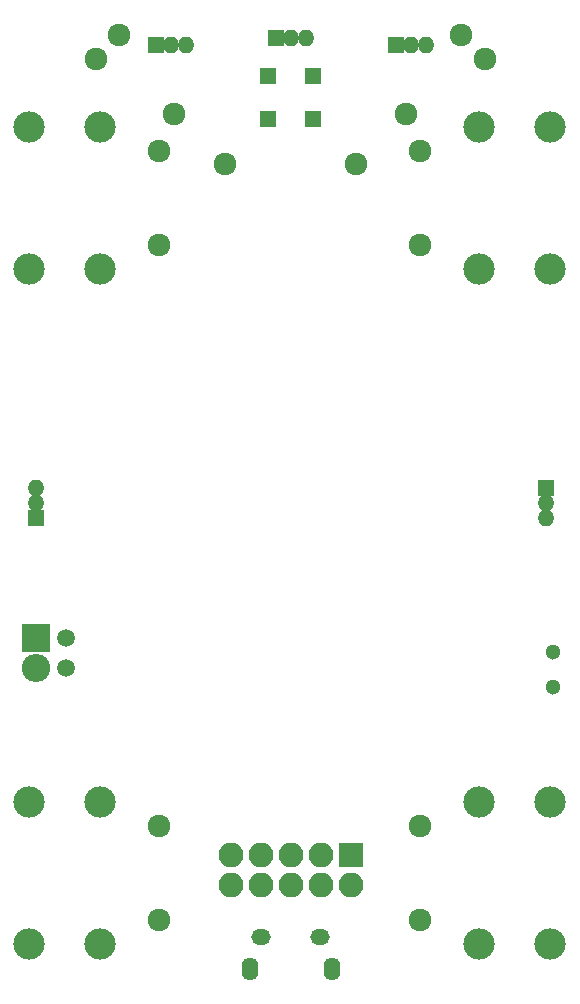
<source format=gbr>
G04 #@! TF.FileFunction,Soldermask,Bot*
%FSLAX46Y46*%
G04 Gerber Fmt 4.6, Leading zero omitted, Abs format (unit mm)*
G04 Created by KiCad (PCBNEW 4.0.7-e2-6376~58~ubuntu16.04.1) date Mon Apr 30 10:34:26 2018*
%MOMM*%
%LPD*%
G01*
G04 APERTURE LIST*
%ADD10C,0.100000*%
%ADD11R,2.100000X2.100000*%
%ADD12O,2.100000X2.100000*%
%ADD13R,1.400000X1.400000*%
%ADD14O,1.400000X1.400000*%
%ADD15O,1.650000X1.350000*%
%ADD16O,1.400000X1.950000*%
%ADD17O,2.398980X2.398980*%
%ADD18R,2.398980X2.398980*%
%ADD19C,1.500000*%
%ADD20C,2.650000*%
%ADD21C,1.924000*%
%ADD22C,1.300000*%
%ADD23R,1.420000X1.420000*%
G04 APERTURE END LIST*
D10*
D11*
X153670000Y-167005000D03*
D12*
X153670000Y-169545000D03*
X151130000Y-167005000D03*
X151130000Y-169545000D03*
X148590000Y-167005000D03*
X148590000Y-169545000D03*
X146050000Y-167005000D03*
X146050000Y-169545000D03*
X143510000Y-167005000D03*
X143510000Y-169545000D03*
D13*
X137160000Y-98425000D03*
D14*
X138430000Y-98425000D03*
X139700000Y-98425000D03*
D13*
X157480000Y-98425000D03*
D14*
X158750000Y-98425000D03*
X160020000Y-98425000D03*
D15*
X146090000Y-173910000D03*
X151090000Y-173910000D03*
D16*
X145090000Y-176610000D03*
X152090000Y-176610000D03*
D13*
X170180000Y-135890000D03*
D14*
X170180000Y-137160000D03*
X170180000Y-138430000D03*
D13*
X147320000Y-97790000D03*
D14*
X148590000Y-97790000D03*
X149860000Y-97790000D03*
D13*
X127000000Y-138430000D03*
D14*
X127000000Y-137160000D03*
X127000000Y-135890000D03*
D17*
X127000000Y-151130000D03*
D18*
X127000000Y-148590000D03*
D19*
X129540000Y-148590000D03*
X129540000Y-151130000D03*
D20*
X132451100Y-117353600D03*
X126451100Y-117353600D03*
D21*
X137451100Y-107353600D03*
X137451100Y-115353600D03*
D20*
X126451100Y-105353600D03*
X132451100Y-105353600D03*
X164551100Y-105353600D03*
X170551100Y-105353600D03*
D21*
X159551100Y-115353600D03*
X159551100Y-107353600D03*
D20*
X170551100Y-117353600D03*
X164551100Y-117353600D03*
X164551100Y-162503600D03*
X170551100Y-162503600D03*
D21*
X159551100Y-172503600D03*
X159551100Y-164503600D03*
D20*
X170551100Y-174503600D03*
X164551100Y-174503600D03*
X132451100Y-174503600D03*
X126451100Y-174503600D03*
D21*
X137451100Y-164503600D03*
X137451100Y-172503600D03*
D20*
X126451100Y-162503600D03*
X132451100Y-162503600D03*
D22*
X170815000Y-152790000D03*
X170815000Y-149790000D03*
D21*
X142969444Y-108477545D03*
X138726804Y-104234905D03*
X132080000Y-99568000D03*
X134059899Y-97588101D03*
X154088680Y-108477545D03*
X158331320Y-104234905D03*
X162998225Y-97588101D03*
X164978124Y-99568000D03*
D23*
X150495000Y-104710000D03*
X146685000Y-104710000D03*
X150495000Y-101030000D03*
X146685000Y-101030000D03*
M02*

</source>
